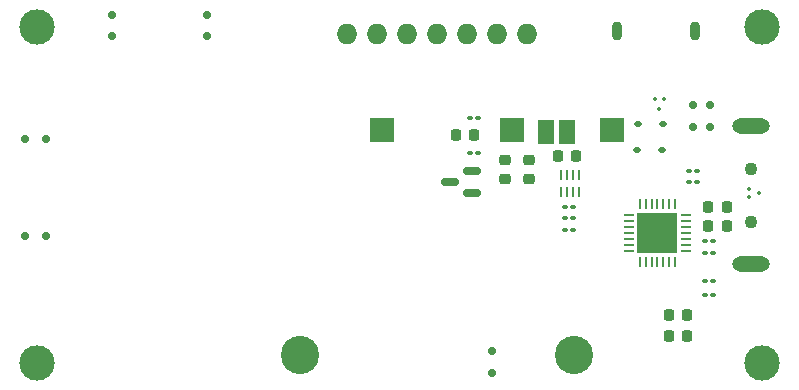
<source format=gbr>
%TF.GenerationSoftware,KiCad,Pcbnew,8.0.1*%
%TF.CreationDate,2024-09-08T05:12:41-06:00*%
%TF.ProjectId,USBHIDKey,55534248-4944-44b6-9579-2e6b69636164,rev?*%
%TF.SameCoordinates,Original*%
%TF.FileFunction,Soldermask,Bot*%
%TF.FilePolarity,Negative*%
%FSLAX46Y46*%
G04 Gerber Fmt 4.6, Leading zero omitted, Abs format (unit mm)*
G04 Created by KiCad (PCBNEW 8.0.1) date 2024-09-08 05:12:41*
%MOMM*%
%LPD*%
G01*
G04 APERTURE LIST*
G04 Aperture macros list*
%AMRoundRect*
0 Rectangle with rounded corners*
0 $1 Rounding radius*
0 $2 $3 $4 $5 $6 $7 $8 $9 X,Y pos of 4 corners*
0 Add a 4 corners polygon primitive as box body*
4,1,4,$2,$3,$4,$5,$6,$7,$8,$9,$2,$3,0*
0 Add four circle primitives for the rounded corners*
1,1,$1+$1,$2,$3*
1,1,$1+$1,$4,$5*
1,1,$1+$1,$6,$7*
1,1,$1+$1,$8,$9*
0 Add four rect primitives between the rounded corners*
20,1,$1+$1,$2,$3,$4,$5,0*
20,1,$1+$1,$4,$5,$6,$7,0*
20,1,$1+$1,$6,$7,$8,$9,0*
20,1,$1+$1,$8,$9,$2,$3,0*%
G04 Aperture macros list end*
%ADD10O,0.900000X1.600000*%
%ADD11C,0.700000*%
%ADD12C,3.000000*%
%ADD13C,3.240000*%
%ADD14O,1.727200X1.727200*%
%ADD15C,1.100000*%
%ADD16O,3.200000X1.300000*%
%ADD17RoundRect,0.225000X-0.250000X0.225000X-0.250000X-0.225000X0.250000X-0.225000X0.250000X0.225000X0*%
%ADD18RoundRect,0.102000X0.600000X0.910000X-0.600000X0.910000X-0.600000X-0.910000X0.600000X-0.910000X0*%
%ADD19RoundRect,0.150000X-0.150000X-0.200000X0.150000X-0.200000X0.150000X0.200000X-0.150000X0.200000X0*%
%ADD20RoundRect,0.100000X-0.130000X-0.100000X0.130000X-0.100000X0.130000X0.100000X-0.130000X0.100000X0*%
%ADD21RoundRect,0.100000X0.130000X0.100000X-0.130000X0.100000X-0.130000X-0.100000X0.130000X-0.100000X0*%
%ADD22RoundRect,0.112500X-0.187500X-0.112500X0.187500X-0.112500X0.187500X0.112500X-0.187500X0.112500X0*%
%ADD23RoundRect,0.075000X-0.075000X-0.075000X0.075000X-0.075000X0.075000X0.075000X-0.075000X0.075000X0*%
%ADD24RoundRect,0.225000X-0.225000X-0.250000X0.225000X-0.250000X0.225000X0.250000X-0.225000X0.250000X0*%
%ADD25R,2.000000X2.000000*%
%ADD26RoundRect,0.225000X0.225000X0.250000X-0.225000X0.250000X-0.225000X-0.250000X0.225000X-0.250000X0*%
%ADD27RoundRect,0.218750X-0.218750X-0.256250X0.218750X-0.256250X0.218750X0.256250X-0.218750X0.256250X0*%
%ADD28RoundRect,0.062500X-0.062500X0.337500X-0.062500X-0.337500X0.062500X-0.337500X0.062500X0.337500X0*%
%ADD29RoundRect,0.062500X-0.337500X0.062500X-0.337500X-0.062500X0.337500X-0.062500X0.337500X0.062500X0*%
%ADD30R,3.350000X3.350000*%
%ADD31RoundRect,0.075000X0.075000X-0.075000X0.075000X0.075000X-0.075000X0.075000X-0.075000X-0.075000X0*%
%ADD32RoundRect,0.062500X0.062500X-0.337500X0.062500X0.337500X-0.062500X0.337500X-0.062500X-0.337500X0*%
%ADD33RoundRect,0.218750X0.218750X0.256250X-0.218750X0.256250X-0.218750X-0.256250X0.218750X-0.256250X0*%
%ADD34RoundRect,0.150000X0.587500X0.150000X-0.587500X0.150000X-0.587500X-0.150000X0.587500X-0.150000X0*%
G04 APERTURE END LIST*
D10*
%TO.C,J2*%
X246862600Y-52705000D03*
X240262600Y-52705000D03*
%TD*%
D11*
%TO.C,S2*%
X191933400Y-70078600D03*
X190133400Y-70078600D03*
%TD*%
%TO.C,S4*%
X205540200Y-53161600D03*
X205540200Y-51361600D03*
%TD*%
D12*
%TO.C,H1*%
X252577600Y-52374800D03*
%TD*%
D13*
%TO.C,U6*%
X236626400Y-80162400D03*
X213452400Y-80162400D03*
D14*
X232632000Y-52979400D03*
X230092000Y-52979400D03*
X227552000Y-52979400D03*
X225012000Y-52979400D03*
X222472000Y-52979400D03*
X219932000Y-52979400D03*
X217392000Y-52979400D03*
%TD*%
D15*
%TO.C,J1*%
X251624000Y-64374200D03*
X251624000Y-68874200D03*
D16*
X251624000Y-60774200D03*
X251624000Y-72474200D03*
%TD*%
D11*
%TO.C,S3*%
X197513800Y-53134000D03*
X197513800Y-51334000D03*
%TD*%
D12*
%TO.C,H4*%
X252577600Y-80822800D03*
%TD*%
D11*
%TO.C,S1*%
X191933400Y-61874400D03*
X190133400Y-61874400D03*
%TD*%
%TO.C,S5*%
X229670200Y-79832800D03*
X229670200Y-81632800D03*
%TD*%
D12*
%TO.C,H2*%
X191160400Y-52374800D03*
%TD*%
%TO.C,H3*%
X191160400Y-80822800D03*
%TD*%
D17*
%TO.C,C3*%
X232867200Y-63664800D03*
X232867200Y-65214800D03*
%TD*%
%TO.C,C4*%
X230847600Y-63664800D03*
X230847600Y-65214800D03*
%TD*%
D18*
%TO.C,L1*%
X236013200Y-61264800D03*
X234293200Y-61264800D03*
%TD*%
D19*
%TO.C,D4*%
X248161000Y-58978800D03*
X246761000Y-58978800D03*
%TD*%
D20*
%TO.C,R12*%
X247772400Y-73888600D03*
X248412400Y-73888600D03*
%TD*%
%TO.C,R5*%
X246380000Y-64541400D03*
X247020000Y-64541400D03*
%TD*%
%TO.C,R11*%
X247772400Y-71526400D03*
X248412400Y-71526400D03*
%TD*%
D21*
%TO.C,R6*%
X247020000Y-65532000D03*
X246380000Y-65532000D03*
%TD*%
D19*
%TO.C,D3*%
X248161000Y-60858400D03*
X246761000Y-60858400D03*
%TD*%
D20*
%TO.C,C6*%
X235915200Y-69545200D03*
X236555200Y-69545200D03*
%TD*%
D21*
%TO.C,R3*%
X248401800Y-70535800D03*
X247761800Y-70535800D03*
%TD*%
D22*
%TO.C,D1*%
X241994000Y-62814200D03*
X244094000Y-62814200D03*
%TD*%
D23*
%TO.C,U4*%
X243535200Y-58445400D03*
X244235200Y-58445400D03*
X243885200Y-59295400D03*
%TD*%
D24*
%TO.C,C1*%
X248018000Y-67644800D03*
X249568000Y-67644800D03*
%TD*%
D21*
%TO.C,R8*%
X236550600Y-67589400D03*
X235910600Y-67589400D03*
%TD*%
D25*
%TO.C,TP3*%
X239826800Y-61137800D03*
%TD*%
D26*
%TO.C,C5*%
X236830200Y-63296800D03*
X235280200Y-63296800D03*
%TD*%
D25*
%TO.C,TP1*%
X220421200Y-61137800D03*
%TD*%
D20*
%TO.C,R7*%
X235915200Y-68580000D03*
X236555200Y-68580000D03*
%TD*%
%TO.C,R9*%
X227848200Y-63042800D03*
X228488200Y-63042800D03*
%TD*%
D24*
%TO.C,C2*%
X248018000Y-69215000D03*
X249568000Y-69215000D03*
%TD*%
D25*
%TO.C,TP2*%
X231368600Y-61137800D03*
%TD*%
D20*
%TO.C,R10*%
X227848200Y-60071000D03*
X228488200Y-60071000D03*
%TD*%
D27*
%TO.C,D7*%
X244670000Y-78530000D03*
X246245000Y-78530000D03*
%TD*%
D28*
%TO.C,U2*%
X242215400Y-67374600D03*
X242715400Y-67374600D03*
X243215400Y-67374600D03*
X243715400Y-67374600D03*
X244215400Y-67374600D03*
X244715400Y-67374600D03*
X245215400Y-67374600D03*
D29*
X246165400Y-68324600D03*
X246165400Y-68824600D03*
X246165400Y-69324600D03*
X246165400Y-69824600D03*
X246165400Y-70324600D03*
X246165400Y-70824600D03*
X246165400Y-71324600D03*
D28*
X245215400Y-72274600D03*
X244715400Y-72274600D03*
X244215400Y-72274600D03*
X243715400Y-72274600D03*
X243215400Y-72274600D03*
X242715400Y-72274600D03*
X242215400Y-72274600D03*
D29*
X241265400Y-71324600D03*
X241265400Y-70824600D03*
X241265400Y-70324600D03*
X241265400Y-69824600D03*
X241265400Y-69324600D03*
X241265400Y-68824600D03*
X241265400Y-68324600D03*
D30*
X243715400Y-69824600D03*
%TD*%
D31*
%TO.C,U3*%
X251434600Y-66790800D03*
X251434600Y-66090800D03*
X252284600Y-66440800D03*
%TD*%
D27*
%TO.C,D6*%
X244672500Y-76790000D03*
X246247500Y-76790000D03*
%TD*%
D22*
%TO.C,D2*%
X242044800Y-60604400D03*
X244144800Y-60604400D03*
%TD*%
D32*
%TO.C,U5*%
X237058200Y-66344800D03*
X236558200Y-66344800D03*
X236058200Y-66344800D03*
X235558200Y-66344800D03*
X235558200Y-64894800D03*
X236058200Y-64894800D03*
X236558200Y-64894800D03*
X237058200Y-64894800D03*
%TD*%
D33*
%TO.C,D5*%
X228219200Y-61493400D03*
X226644200Y-61493400D03*
%TD*%
D20*
%TO.C,R13*%
X247772400Y-75082400D03*
X248412400Y-75082400D03*
%TD*%
D34*
%TO.C,Q3*%
X227990400Y-64541400D03*
X227990400Y-66441400D03*
X226115400Y-65491400D03*
%TD*%
M02*

</source>
